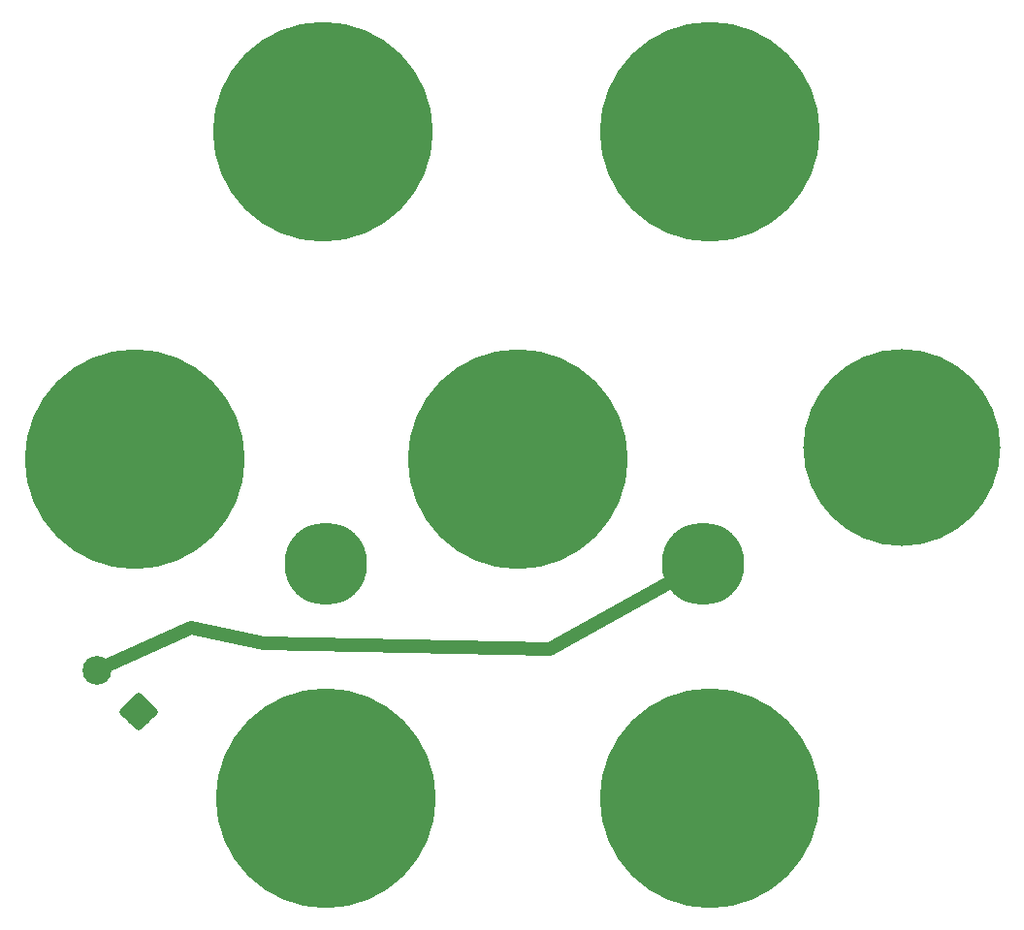
<source format=gbl>
G04 MADE WITH FRITZING*
G04 WWW.FRITZING.ORG*
G04 DOUBLE SIDED*
G04 HOLES PLATED*
G04 CONTOUR ON CENTER OF CONTOUR VECTOR*
%ASAXBY*%
%FSLAX23Y23*%
%MOIN*%
%OFA0B0*%
%SFA1.0B1.0*%
%ADD10C,0.099055*%
%ADD11C,0.283464*%
%ADD12C,0.755905*%
%ADD13C,0.677165*%
%ADD14C,0.048000*%
%ADD15C,0.020000*%
%LNCOPPER0*%
G90*
G70*
G54D10*
X706Y1058D03*
X565Y1199D03*
G54D11*
X2647Y1568D03*
X1351Y1568D03*
G54D12*
X2670Y3053D03*
X2010Y1927D03*
G54D13*
X3329Y1966D03*
G54D12*
X692Y1927D03*
X1341Y3053D03*
X1351Y761D03*
X2670Y761D03*
G54D14*
X888Y1347D02*
X1138Y1292D01*
D02*
X1138Y1292D02*
X2119Y1273D01*
D02*
X2119Y1273D02*
X2592Y1538D01*
D02*
X591Y1212D02*
X888Y1347D01*
G54D15*
X706Y1002D02*
X650Y1058D01*
X706Y1114D01*
X762Y1058D01*
X706Y1002D01*
D02*
G04 End of Copper0*
M02*
</source>
